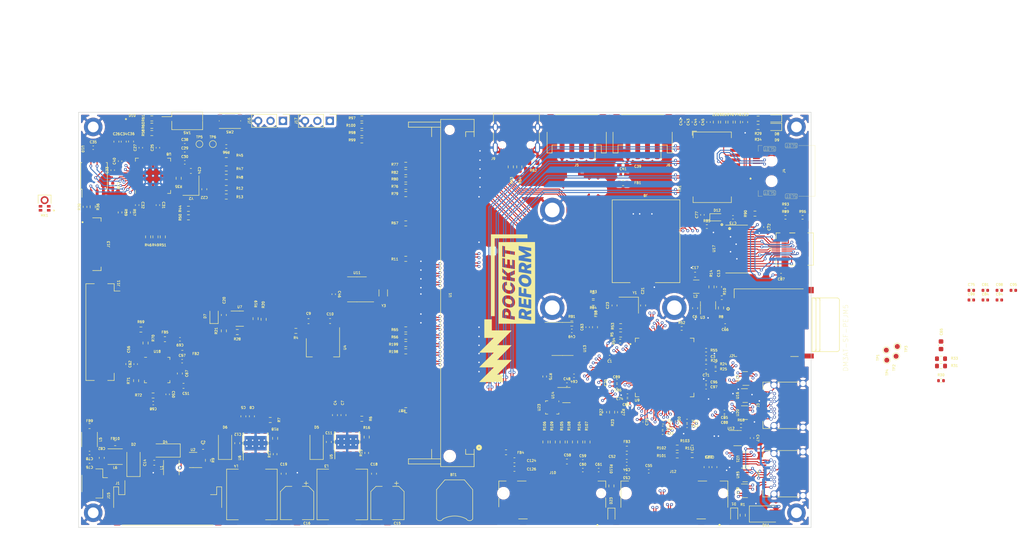
<source format=kicad_pcb>
(kicad_pcb (version 20211014) (generator pcbnew)

  (general
    (thickness 7.78)
  )

  (paper "A4")
  (layers
    (0 "F.Cu" signal)
    (1 "In1.Cu" power "In1.GND.Cu")
    (2 "In2.Cu" signal)
    (3 "In3.Cu" signal)
    (4 "In4.Cu" power "In4.GND.Cu")
    (31 "B.Cu" signal)
    (32 "B.Adhes" user "B.Adhesive")
    (33 "F.Adhes" user "F.Adhesive")
    (34 "B.Paste" user)
    (35 "F.Paste" user)
    (36 "B.SilkS" user "B.Silkscreen")
    (37 "F.SilkS" user "F.Silkscreen")
    (38 "B.Mask" user)
    (39 "F.Mask" user)
    (40 "Dwgs.User" user "User.Drawings")
    (41 "Cmts.User" user "User.Comments")
    (42 "Eco1.User" user "User.Eco1")
    (43 "Eco2.User" user "User.Eco2")
    (44 "Edge.Cuts" user)
    (45 "Margin" user)
    (46 "B.CrtYd" user "B.Courtyard")
    (47 "F.CrtYd" user "F.Courtyard")
    (48 "B.Fab" user)
    (49 "F.Fab" user)
  )

  (setup
    (stackup
      (layer "F.SilkS" (type "Top Silk Screen") (color "White"))
      (layer "F.Paste" (type "Top Solder Paste"))
      (layer "F.Mask" (type "Top Solder Mask") (color "Blue") (thickness 0.01))
      (layer "F.Cu" (type "copper") (thickness 0.035))
      (layer "dielectric 1" (type "core") (thickness 1.51) (material "FR4") (epsilon_r 4.5) (loss_tangent 0.02))
      (layer "In1.Cu" (type "copper") (thickness 0.035))
      (layer "dielectric 2" (type "prepreg") (thickness 1.51) (material "FR4") (epsilon_r 4.5) (loss_tangent 0.02))
      (layer "In2.Cu" (type "copper") (thickness 0.035))
      (layer "dielectric 3" (type "core") (thickness 1.51) (material "FR4") (epsilon_r 4.5) (loss_tangent 0.02))
      (layer "In3.Cu" (type "copper") (thickness 0.035))
      (layer "dielectric 4" (type "prepreg") (thickness 1.51) (material "FR4") (epsilon_r 4.5) (loss_tangent 0.02))
      (layer "In4.Cu" (type "copper") (thickness 0.035))
      (layer "dielectric 5" (type "core") (thickness 1.51) (material "FR4") (epsilon_r 4.5) (loss_tangent 0.02))
      (layer "B.Cu" (type "copper") (thickness 0.035))
      (layer "B.Mask" (type "Bottom Solder Mask") (color "Blue") (thickness 0.01))
      (layer "B.Paste" (type "Bottom Solder Paste"))
      (layer "B.SilkS" (type "Bottom Silk Screen") (color "White"))
      (copper_finish "ENIG")
      (dielectric_constraints no)
    )
    (pad_to_mask_clearance 0)
    (pcbplotparams
      (layerselection 0x00010fc_ffffffff)
      (disableapertmacros false)
      (usegerberextensions false)
      (usegerberattributes true)
      (usegerberadvancedattributes true)
      (creategerberjobfile true)
      (svguseinch false)
      (svgprecision 6)
      (excludeedgelayer true)
      (plotframeref false)
      (viasonmask false)
      (mode 1)
      (useauxorigin false)
      (hpglpennumber 1)
      (hpglpenspeed 20)
      (hpglpendiameter 15.000000)
      (dxfpolygonmode true)
      (dxfimperialunits true)
      (dxfusepcbnewfont true)
      (psnegative false)
      (psa4output false)
      (plotreference true)
      (plotvalue true)
      (plotinvisibletext false)
      (sketchpadsonfab false)
      (subtractmaskfromsilk false)
      (outputformat 1)
      (mirror false)
      (drillshape 1)
      (scaleselection 1)
      (outputdirectory "")
    )
  )

  (net 0 "")
  (net 1 "Net-(BT1-Pad1)")
  (net 2 "VCC")
  (net 3 "Net-(C9-Pad1)")
  (net 4 "+1V8")
  (net 5 "Net-(C11-Pad1)")
  (net 6 "Net-(C11-Pad2)")
  (net 7 "Net-(C12-Pad1)")
  (net 8 "Net-(C12-Pad2)")
  (net 9 "+1V2")
  (net 10 "Net-(C13-Pad2)")
  (net 11 "STANDBY_3V3")
  (net 12 "Net-(C20-Pad1)")
  (net 13 "Net-(C21-Pad1)")
  (net 14 "Net-(C22-Pad1)")
  (net 15 "Net-(C23-Pad1)")
  (net 16 "Net-(C24-Pad1)")
  (net 17 "Net-(C37-Pad1)")
  (net 18 "Net-(C39-Pad1)")
  (net 19 "Net-(C42-Pad1)")
  (net 20 "Net-(C43-Pad1)")
  (net 21 "Net-(C44-Pad1)")
  (net 22 "Net-(C45-Pad1)")
  (net 23 "Net-(C48-Pad1)")
  (net 24 "Net-(C72-Pad2)")
  (net 25 "USBH_1A_TXN")
  (net 26 "Net-(C57-Pad1)")
  (net 27 "USBH_1B_TXN")
  (net 28 "Net-(C63-Pad1)")
  (net 29 "USBH_1A_TXP")
  (net 30 "/USBH_1A_AC_TXN")
  (net 31 "USBH_1B_TXP")
  (net 32 "/USBH_1B_AC_TXN")
  (net 33 "USBH_2A_TXN")
  (net 34 "/USBH_1A_AC_TXP")
  (net 35 "USBH_2B_TXN")
  (net 36 "/USBH_1B_AC_TXP")
  (net 37 "USBH_2A_TXP")
  (net 38 "/USBH_2A_AC_TXN")
  (net 39 "USBH_2B_TXP")
  (net 40 "/~{M_LED1}")
  (net 41 "Net-(D4-Pad1)")
  (net 42 "ETH0_LED_RX")
  (net 43 "Net-(D8-Pad2)")
  (net 44 "ETH0_LED_LINK1")
  (net 45 "/USBH_2B_AC_TXN")
  (net 46 "Net-(D9-Pad2)")
  (net 47 "Net-(D10-Pad4)")
  (net 48 "Net-(D10-Pad5)")
  (net 49 "Net-(D10-Pad6)")
  (net 50 "VCHG")
  (net 51 "USB_VBUS")
  (net 52 "Net-(C87-Pad1)")
  (net 53 "RP_SDA0")
  (net 54 "RP_SCL0")
  (net 55 "Net-(J2-Pad1)")
  (net 56 "Net-(J2-Pad2)")
  (net 57 "Net-(J2-Pad3)")
  (net 58 "Net-(J2-Pad5)")
  (net 59 "Net-(J2-Pad7)")
  (net 60 "Net-(J2-Pad8)")
  (net 61 "SD_DET")
  (net 62 "USBH_1_DP")
  (net 63 "USBH_1_DN")
  (net 64 "unconnected-(J3-PadA8)")
  (net 65 "USBH_1B_RXN")
  (net 66 "USBH_1B_RXP")
  (net 67 "unconnected-(J3-PadB8)")
  (net 68 "USBH_1A_RXN")
  (net 69 "USBH_1A_RXP")
  (net 70 "ETH0_DA+")
  (net 71 "ETH0_DA-")
  (net 72 "unconnected-(J4-Pad3)")
  (net 73 "ETH0_DC+")
  (net 74 "ETH0_DC-")
  (net 75 "ETH0_DB+")
  (net 76 "ETH0_DB-")
  (net 77 "unconnected-(J4-Pad8)")
  (net 78 "ETH0_DD+")
  (net 79 "ETH0_DD-")
  (net 80 "RP_UART1_TX")
  (net 81 "RP_UART1_RX")
  (net 82 "unconnected-(J7-Pad2)")
  (net 83 "UIM_PWR")
  (net 84 "Net-(J9-PadA4)")
  (net 85 "unconnected-(J9-PadA5)")
  (net 86 "/RUD+")
  (net 87 "/RUD-")
  (net 88 "unconnected-(J9-PadA8)")
  (net 89 "unconnected-(J9-PadB5)")
  (net 90 "unconnected-(J9-PadB8)")
  (net 91 "unconnected-(J10-Pad5)")
  (net 92 "unconnected-(J10-Pad6)")
  (net 93 "unconnected-(J10-Pad7)")
  (net 94 "unconnected-(J10-Pad8)")
  (net 95 "unconnected-(J10-Pad17)")
  (net 96 "unconnected-(J10-Pad19)")
  (net 97 "unconnected-(J10-Pad20)")
  (net 98 "unconnected-(J10-Pad22)")
  (net 99 "unconnected-(J10-Pad24)")
  (net 100 "unconnected-(J10-Pad26)")
  (net 101 "unconnected-(J10-Pad28)")
  (net 102 "unconnected-(J10-Pad29)")
  (net 103 "unconnected-(J10-Pad30)")
  (net 104 "unconnected-(J10-Pad31)")
  (net 105 "unconnected-(J10-Pad32)")
  (net 106 "unconnected-(J10-Pad34)")
  (net 107 "unconnected-(J10-Pad36)")
  (net 108 "/USBH_2A_AC_TXP")
  (net 109 "unconnected-(J10-Pad38)")
  (net 110 "/USBH_2B_AC_TXP")
  (net 111 "PCIE1_RX_N")
  (net 112 "PCIE1_RX_P")
  (net 113 "unconnected-(J10-Pad46)")
  (net 114 "PCIE1_TX_N")
  (net 115 "unconnected-(J10-Pad48)")
  (net 116 "PCIE1_TX_P")
  (net 117 "PCIE1_RESETn")
  (net 118 "PCIE1_CLK_N")
  (net 119 "unconnected-(J10-Pad54)")
  (net 120 "PCIE1_CLK_P")
  (net 121 "unconnected-(J10-Pad56)")
  (net 122 "unconnected-(J10-Pad58)")
  (net 123 "unconnected-(J10-Pad67)")
  (net 124 "unconnected-(J10-Pad68)")
  (net 125 "unconnected-(J10-Pad69)")
  (net 126 "unconnected-(J11-Pad3)")
  (net 127 "unconnected-(J11-Pad4)")
  (net 128 "GND")
  (net 129 "+5V")
  (net 130 "unconnected-(J11-Pad5)")
  (net 131 "Net-(J3-PadB5)")
  (net 132 "unconnected-(J11-Pad6)")
  (net 133 "unconnected-(J11-Pad7)")
  (net 134 "unconnected-(J11-Pad8)")
  (net 135 "unconnected-(J11-Pad9)")
  (net 136 "Net-(J3-PadA5)")
  (net 137 "USB1_DP")
  (net 138 "USB1_DN")
  (net 139 "SD_CLK")
  (net 140 "SD_CMD")
  (net 141 "SD_D3")
  (net 142 "SD_D2")
  (net 143 "SD_D1")
  (net 144 "SD_D0")
  (net 145 "USB2_RXP")
  (net 146 "USB2_RXN")
  (net 147 "USB2_TXN")
  (net 148 "USB2_TXP")
  (net 149 "USB1_RXP")
  (net 150 "USB1_RXN")
  (net 151 "USB1_TXN")
  (net 152 "USB1_TXP")
  (net 153 "USB2_DN")
  (net 154 "USB2_DP")
  (net 155 "PCIE1_RXN")
  (net 156 "PCIE1_RXP")
  (net 157 "PCIE1_TXN")
  (net 158 "PCIE1_TXP")
  (net 159 "+1V1")
  (net 160 "+3V3")
  (net 161 "Net-(J7-Pad18)")
  (net 162 "unconnected-(J11-Pad10)")
  (net 163 "HDMI_CLKN")
  (net 164 "HDMI_CLKP")
  (net 165 "unconnected-(J11-Pad11)")
  (net 166 "HDMI_TX1N")
  (net 167 "HDMI_TX1P")
  (net 168 "DSI_D3_N")
  (net 169 "DSI_D3_P")
  (net 170 "Net-(R11-Pad2)")
  (net 171 "Net-(J7-Pad17)")
  (net 172 "Net-(J7-Pad15)")
  (net 173 "DSI_D2_N")
  (net 174 "HDMI_TX0N")
  (net 175 "HDMI_TX0P")
  (net 176 "DSI_D2_P")
  (net 177 "HDMI_TX2N")
  (net 178 "HDMI_TX2P")
  (net 179 "Net-(J7-Pad1)")
  (net 180 "DSI_CLK_N")
  (net 181 "HDMI_AUXN")
  (net 182 "HDMI_AUXP")
  (net 183 "UIM_IO")
  (net 184 "UIM_CLK")
  (net 185 "UIM_RST")
  (net 186 "UIM_VPP")
  (net 187 "DSI_CLK_P")
  (net 188 "DSI_D1_N")
  (net 189 "DSI_D1_P")
  (net 190 "Net-(R12-Pad2)")
  (net 191 "DSI_D0_N")
  (net 192 "Net-(C123-Pad1)")
  (net 193 "Net-(C124-Pad1)")
  (net 194 "Net-(D1-Pad2)")
  (net 195 "Net-(D23-Pad2)")
  (net 196 "Net-(D23-Pad1)")
  (net 197 "Net-(J10-Pad13)")
  (net 198 "Net-(J10-Pad25)")
  (net 199 "Net-(J10-Pad37)")
  (net 200 "Net-(J10-Pad11)")
  (net 201 "Net-(J10-Pad23)")
  (net 202 "Net-(J10-Pad35)")
  (net 203 "PCIE2_CLK_P")
  (net 204 "PCIE2_CLK_N")
  (net 205 "/M2_CLKREQn")
  (net 206 "PCIE2_RESETn")
  (net 207 "PCIE2_TX_N")
  (net 208 "PCIE2_TX_P")
  (net 209 "PCIE2_RX_P")
  (net 210 "PCIE2_RX_N")
  (net 211 "DSI_D0_P")
  (net 212 "unconnected-(J11-Pad28)")
  (net 213 "unconnected-(J11-Pad29)")
  (net 214 "unconnected-(J11-Pad31)")
  (net 215 "unconnected-(J11-Pad32)")
  (net 216 "/M2_SMB_ALERTn")
  (net 217 "/M2_SMB_DATA")
  (net 218 "/M2_SMB_CLK")
  (net 219 "unconnected-(J11-Pad33)")
  (net 220 "/M_CONFIG_3")
  (net 221 "/~{M_PWROFF}")
  (net 222 "USBH_4_DP")
  (net 223 "/~{M_W_DISABLE1}")
  (net 224 "USBH_4_DN")
  (net 225 "/M_I2S_CLK")
  (net 226 "/M_CONFIG_0")
  (net 227 "/M_I2S_RX")
  (net 228 "/~{M_WOWWAN}")
  (net 229 "/M_I2S_TX")
  (net 230 "/M_DPR")
  (net 231 "/~{M_W_DISABLE2}")
  (net 232 "/M_I2S_WA")
  (net 233 "/M_I2C_SCL")
  (net 234 "/M_SIM2_DET")
  (net 235 "/M_SIM2_DATA")
  (net 236 "/M_SIM2_CLK")
  (net 237 "/M_SIM2_RESET")
  (net 238 "/M_SIM2_PWR")
  (net 239 "/~{PCIE2_CLKREQ}")
  (net 240 "/~{PCIE2_WAKE}")
  (net 241 "/M_ANTCTL3")
  (net 242 "/M_ANTCTL2")
  (net 243 "/M_ANTCTL0")
  (net 244 "/M_I2S_MCLK(IO)")
  (net 245 "/M_ANTCTL1")
  (net 246 "/M_COEX2")
  (net 247 "/M_LAA_TX_EN")
  (net 248 "/M_COEX1")
  (net 249 "/M_VIO_1V8")
  (net 250 "/M_SIM1_DET")
  (net 251 "M2B_RST")
  (net 252 "/M_I2C_SDA")
  (net 253 "/M_CONFIG_1")
  (net 254 "/M_CONFIG_2")
  (net 255 "Net-(J14-PadA5)")
  (net 256 "USBH_2_DP")
  (net 257 "USBH_2_DN")
  (net 258 "unconnected-(J14-PadA8)")
  (net 259 "USBH_2B_RXN")
  (net 260 "USBH_2B_RXP")
  (net 261 "Net-(J14-PadB5)")
  (net 262 "unconnected-(J14-PadB8)")
  (net 263 "USBH_2A_RXN")
  (net 264 "USBH_2A_RXP")
  (net 265 "Net-(L2-Pad1)")
  (net 266 "~{USBH_RESET}")
  (net 267 "5V_ENABLE")
  (net 268 "3V3_ENABLE")
  (net 269 "1V2_ENABLE")
  (net 270 "Net-(R9-Pad1)")
  (net 271 "RP_UART2_RX")
  (net 272 "RP_UART2_TX")
  (net 273 "Net-(R15-Pad2)")
  (net 274 "Net-(R17-Pad2)")
  (net 275 "Net-(R19-Pad1)")
  (net 276 "Net-(R22-Pad2)")
  (net 277 "Net-(R24-Pad1)")
  (net 278 "Net-(R25-Pad2)")
  (net 279 "Net-(R26-Pad1)")
  (net 280 "Net-(R27-Pad1)")
  (net 281 "~{STANDBY_SHDN}")
  (net 282 "Net-(R30-Pad2)")
  (net 283 "Net-(R31-Pad2)")
  (net 284 "Net-(R32-Pad2)")
  (net 285 "Net-(R33-Pad2)")
  (net 286 "Net-(R35-Pad2)")
  (net 287 "PROG")
  (net 288 "QSPI_CS")
  (net 289 "Net-(R37-Pad1)")
  (net 290 "Net-(R39-Pad1)")
  (net 291 "Net-(R40-Pad1)")
  (net 292 "Net-(R41-Pad1)")
  (net 293 "USBH_3_DP")
  (net 294 "USBH_3_DN")
  (net 295 "Net-(R44-Pad1)")
  (net 296 "LPC_MOSI")
  (net 297 "Net-(R45-Pad1)")
  (net 298 "IMX_WAKE")
  (net 299 "Net-(R46-Pad1)")
  (net 300 "Net-(R47-Pad1)")
  (net 301 "Net-(R48-Pad1)")
  (net 302 "Net-(R49-Pad1)")
  (net 303 "Net-(R50-Pad1)")
  (net 304 "LPC_MISO")
  (net 305 "Net-(R51-Pad1)")
  (net 306 "Net-(R52-Pad1)")
  (net 307 "Net-(R53-Pad1)")
  (net 308 "/GPIO94")
  (net 309 "/U_SPI_D0")
  (net 310 "RESET")
  (net 311 "Net-(R58-Pad1)")
  (net 312 "Net-(R60-Pad1)")
  (net 313 "Net-(R61-Pad1)")
  (net 314 "IMX_RTC_IRQ")
  (net 315 "Net-(R67-Pad2)")
  (net 316 "Net-(R68-Pad1)")
  (net 317 "DAC_SCL")
  (net 318 "DAC_SDA")
  (net 319 "Net-(R75-Pad2)")
  (net 320 "DAC_BCLK")
  (net 321 "DAC_DOUT")
  (net 322 "DAC_RXFS")
  (net 323 "DAC_DIN")
  (net 324 "DAC_TXFS")
  (net 325 "DAC_MCLK")
  (net 326 "USBH_1_CC1")
  (net 327 "USBH_1_CC2")
  (net 328 "Net-(R85-Pad2)")
  (net 329 "Net-(D12-Pad1)")
  (net 330 "HDMI_HPD")
  (net 331 "HDMI_SCL")
  (net 332 "HDMI_SDA")
  (net 333 "HDMI_CEC")
  (net 334 "USBH_2_CC1")
  (net 335 "USBH_2_CC2")
  (net 336 "Net-(R103-Pad2)")
  (net 337 "Net-(R111-Pad2)")
  (net 338 "/PRT_CTL1")
  (net 339 "/PRT_CTL3")
  (net 340 "/PRT_CTL2")
  (net 341 "/PRT_CTL4")
  (net 342 "SWD")
  (net 343 "SWC")
  (net 344 "ETH0_A+")
  (net 345 "ETH0_A-")
  (net 346 "ETH0_B+")
  (net 347 "ETH0_B-")
  (net 348 "ETH0_C+")
  (net 349 "ETH0_C-")
  (net 350 "ETH0_D+")
  (net 351 "ETH0_D-")
  (net 352 "unconnected-(U1-Pad8)")
  (net 353 "unconnected-(U1-Pad10)")
  (net 354 "unconnected-(U1-Pad28)")
  (net 355 "unconnected-(U1-Pad33)")
  (net 356 "unconnected-(U1-Pad34)")
  (net 357 "unconnected-(U1-Pad35)")
  (net 358 "unconnected-(U1-Pad36)")
  (net 359 "unconnected-(U1-Pad38)")
  (net 360 "unconnected-(U1-Pad39)")
  (net 361 "unconnected-(U1-Pad40)")
  (net 362 "unconnected-(U1-Pad42)")
  (net 363 "unconnected-(U1-Pad43)")
  (net 364 "unconnected-(U1-Pad45)")
  (net 365 "unconnected-(U1-Pad49)")
  (net 366 "unconnected-(U1-Pad51)")
  (net 367 "unconnected-(U1-Pad55)")
  (net 368 "unconnected-(U1-Pad57)")
  (net 369 "unconnected-(U1-Pad61)")
  (net 370 "unconnected-(U1-Pad63)")
  (net 371 "unconnected-(U1-Pad67)")
  (net 372 "unconnected-(U1-Pad69)")
  (net 373 "unconnected-(U1-Pad73)")
  (net 374 "unconnected-(U1-Pad75)")
  (net 375 "unconnected-(U1-Pad77)")
  (net 376 "unconnected-(U1-Pad81)")
  (net 377 "unconnected-(U1-Pad82)")
  (net 378 "unconnected-(U1-Pad84)")
  (net 379 "unconnected-(U1-Pad85)")
  (net 380 "unconnected-(U1-Pad86)")
  (net 381 "IMX_RESETn")
  (net 382 "unconnected-(U1-Pad88)")
  (net 383 "LPC_SS0")
  (net 384 "unconnected-(U1-Pad90)")
  (net 385 "unconnected-(U1-Pad92)")
  (net 386 "unconnected-(U1-Pad95)")
  (net 387 "unconnected-(U1-Pad96)")
  (net 388 "LPC_SCK")
  (net 389 "unconnected-(U1-Pad99)")
  (net 390 "unconnected-(U1-Pad105)")
  (net 391 "unconnected-(U1-Pad107)")
  (net 392 "unconnected-(U1-Pad109)")
  (net 393 "unconnected-(U1-Pad111)")
  (net 394 "unconnected-(U1-Pad117)")
  (net 395 "unconnected-(U1-Pad120)")
  (net 396 "IMX_UART2_RX")
  (net 397 "unconnected-(U1-Pad123)")
  (net 398 "IMX_UART2_TX")
  (net 399 "IMX_UART1_RX")
  (net 400 "IMX_UART1_TX")
  (net 401 "unconnected-(U1-Pad130)")
  (net 402 "unconnected-(U1-Pad132)")
  (net 403 "unconnected-(U1-Pad133)")
  (net 404 "unconnected-(U1-Pad134)")
  (net 405 "unconnected-(U1-Pad135)")
  (net 406 "unconnected-(U1-Pad136)")
  (net 407 "unconnected-(U1-Pad137)")
  (net 408 "unconnected-(U1-Pad138)")
  (net 409 "unconnected-(U1-Pad139)")
  (net 410 "unconnected-(U1-Pad140)")
  (net 411 "unconnected-(U1-Pad142)")
  (net 412 "unconnected-(U1-Pad143)")
  (net 413 "unconnected-(U1-Pad144)")
  (net 414 "unconnected-(U1-Pad146)")
  (net 415 "unconnected-(U1-Pad147)")
  (net 416 "unconnected-(U1-Pad148)")
  (net 417 "unconnected-(U1-Pad149)")
  (net 418 "unconnected-(U1-Pad150)")
  (net 419 "unconnected-(U1-Pad151)")
  (net 420 "unconnected-(U1-Pad152)")
  (net 421 "unconnected-(U1-Pad153)")
  (net 422 "unconnected-(U1-Pad154)")
  (net 423 "unconnected-(U1-Pad155)")
  (net 424 "unconnected-(U1-Pad156)")
  (net 425 "unconnected-(U1-Pad157)")
  (net 426 "unconnected-(U1-Pad158)")
  (net 427 "unconnected-(U1-Pad159)")
  (net 428 "unconnected-(U1-Pad160)")
  (net 429 "unconnected-(U1-Pad162)")
  (net 430 "BACKLIGHT_PWM")
  (net 431 "unconnected-(U1-Pad174)")
  (net 432 "unconnected-(U1-Pad180)")
  (net 433 "unconnected-(U1-Pad182)")
  (net 434 "unconnected-(U1-Pad184)")
  (net 435 "unconnected-(U1-Pad186)")
  (net 436 "unconnected-(U1-Pad188)")
  (net 437 "unconnected-(U1-Pad190)")
  (net 438 "unconnected-(U1-Pad192)")
  (net 439 "unconnected-(U1-Pad194)")
  (net 440 "unconnected-(U1-Pad196)")
  (net 441 "unconnected-(U1-Pad198)")
  (net 442 "unconnected-(U1-Pad200)")
  (net 443 "unconnected-(U5-Pad2)")
  (net 444 "unconnected-(U5-Pad3)")
  (net 445 "unconnected-(U6-Pad2)")
  (net 446 "unconnected-(U6-Pad3)")
  (net 447 "/GPIO95")
  (net 448 "unconnected-(U9-Pad23)")
  (net 449 "/DP2_DISCHARGE")
  (net 450 "/DP1_DISCHARGE")
  (net 451 "/U_GPIO70")
  (net 452 "/U_GPIO71")
  (net 453 "/DP1_VCONN1")
  (net 454 "/DP1_VCONN2")
  (net 455 "/DP2_VCONN1")
  (net 456 "/DP2_VCONN2")
  (net 457 "/U_GPIO76")
  (net 458 "/U_GPIO78")
  (net 459 "/U_M_I2C_CLK")
  (net 460 "/U_M_I2C_DATA")
  (net 461 "/U_SPI_CLK")
  (net 462 "/U_SPI_CE_N")
  (net 463 "/U_SPI_D1")
  (net 464 "/U_SPI_D2")
  (net 465 "/U_SPI_D3")
  (net 466 "/GPIO93")
  (net 467 "/GPIO90")
  (net 468 "/GPIO91")
  (net 469 "/GPIO92")
  (net 470 "unconnected-(U9-Pad81)")
  (net 471 "unconnected-(U9-Pad82)")
  (net 472 "unconnected-(U9-Pad84)")
  (net 473 "unconnected-(U9-Pad85)")
  (net 474 "unconnected-(U9-Pad96)")
  (net 475 "QSPI_SD1")
  (net 476 "QSPI_SD2")
  (net 477 "QSPI_SD0")
  (net 478 "QSPI_SCK")
  (net 479 "QSPI_SD3")
  (net 480 "Net-(U11-Pad1)")
  (net 481 "Net-(U11-Pad2)")
  (net 482 "USB_SRC_EN")
  (net 483 "unconnected-(U13-Pad4)")
  (net 484 "unconnected-(U13-Pad5)")
  (net 485 "unconnected-(U13-Pad6)")
  (net 486 "unconnected-(U13-Pad15)")
  (net 487 "unconnected-(U13-Pad16)")
  (net 488 "unconnected-(U13-Pad17)")
  (net 489 "RP_FUSB_INT")
  (net 490 "unconnected-(U23-Pad12)")
  (net 491 "unconnected-(U23-Pad13)")
  (net 492 "unconnected-(U8-Pad41)")
  (net 493 "unconnected-(U8-Pad40)")
  (net 494 "unconnected-(U8-Pad39)")
  (net 495 "unconnected-(U8-Pad38)")
  (net 496 "unconnected-(U8-Pad34)")
  (net 497 "unconnected-(U8-Pad32)")
  (net 498 "unconnected-(U8-Pad31)")
  (net 499 "unconnected-(U8-Pad29)")
  (net 500 "unconnected-(U8-Pad9)")
  (net 501 "unconnected-(U8-Pad8)")
  (net 502 "unconnected-(U8-Pad5)")
  (net 503 "unconnected-(U8-Pad4)")
  (net 504 "Net-(C50-Pad1)")
  (net 505 "Net-(C68-Pad1)")
  (net 506 "Net-(C68-Pad2)")
  (net 507 "Net-(C76-Pad1)")
  (net 508 "Net-(C78-Pad1)")
  (net 509 "Net-(FB9-Pad1)")
  (net 510 "Net-(FB9-Pad2)")
  (net 511 "Net-(FB10-Pad1)")
  (net 512 "Net-(FB10-Pad2)")
  (net 513 "BACKLIGHT_EN")
  (net 514 "unconnected-(J13-Pad7)")
  (net 515 "~{DISP_RESET}")
  (net 516 "DISP_TE")
  (net 517 "DISP_EN")
  (net 518 "Net-(R76-Pad2)")
  (net 519 "Net-(R77-Pad2)")
  (net 520 "Net-(R79-Pad2)")
  (net 521 "Net-(R80-Pad2)")
  (net 522 "Net-(R82-Pad1)")
  (net 523 "unconnected-(U18-Pad30)")
  (net 524 "Net-(R13-Pad1)")
  (net 525 "Net-(R5-Pad1)")
  (net 526 "Net-(R70-Pad1)")
  (net 527 "Net-(R71-Pad1)")
  (net 528 "Net-(R72-Pad1)")
  (net 529 "unconnected-(U18-Pad13)")
  (net 530 "unconnected-(U18-Pad15)")
  (net 531 "unconnected-(U18-Pad27)")
  (net 532 "unconnected-(U18-Pad32)")

  (footprint "footprints:TE_1473149-4" (layer "F.Cu") (at 135 104 -90))

  (footprint "footprints:09452812561" (layer "F.Cu") (at 200.5 79 90))

  (footprint "Connector_USB:USB_C_Receptacle_Amphenol_12401548E4-2A_CircularHoles" (layer "F.Cu") (at 204.5 127 90))

  (footprint "MountingHole:MountingHole_2.2mm_M2_DIN965_Pad" (layer "F.Cu") (at 62 70))

  (footprint "MountingHole:MountingHole_2.2mm_M2_DIN965_Pad" (layer "F.Cu") (at 62 149))

  (footprint "MountingHole:MountingHole_2.2mm_M2_DIN965_Pad" (layer "F.Cu") (at 206 70))

  (footprint "MountingHole:MountingHole_2.2mm_M2_DIN965_Pad" (layer "F.Cu") (at 206 149))

  (footprint "footprints:pocket-reform" (layer "F.Cu") (at 146.75 106.75 90))

  (footprint "footprints:MOLEX_78800-0001" (layer "F.Cu") (at 175.2 93.4 -90))

  (footprint "Connector_JST:JST_PH_S4B-PH-SM4-TB_1x04-1MP_P2.00mm_Horizontal" (layer "F.Cu") (at 174.5 72 180))

  (footprint "Connector_HDMI:HDMI_Micro-D_Molex_46765-0x01" (layer "F.Cu") (at 207 95 90))

  (footprint "footprints:TE_1-2199230-6" (layer "F.Cu")
    (tedit 5D27692E) (tstamp 00000000-0000-0000-0000-000062290bde)
    (at 156 145 180)
    (property "Checked" "y")
    (property "Distributor" "Mouser")
    (property "Manufacturer" "TE")
    (property "Manufacturer_No" "1-2199230-6")
    (property "Sheetfile" "pocket-reform-motherboard.kicad_sch")
    (property "Sheetname" "")
    (path "/00000000-0000-0000-0000-0000610031f1")
    (attr smd)
    (fp_text reference "J10" (at -0.1 4.2 unlocked) (layer "F.SilkS")
      (effects (font (size 0.5 0.5) (thickness 0.1)))
      (tstamp 59ec3156-036e-4049-89db-91a9dd07095f)
    )
    (fp_text value "1-2199230-6" (at 0 4.9) (layer "F.SilkS") hide
      (effects (font (size 1 1) (thickness 0.15)))
      (tstamp d39d813e-3e64-490c-ba5c-a64bb5ad6bd0)
    )
    (fp_line (start -10.95 -2.9) (end -10.95 -0.95) (layer "F.SilkS") (width 0.127) (tstamp 4fa10683-33cd-4dcd-8acc-2415cd63c62a))
    (fp_line (start -10.95 2.5) (end -9.35 2.5) (layer "F.SilkS") (width 0.127) (tstamp 8bc2c25a-a1f1-4ce8-b96a-a4f8f4c35079))
    (fp_line (start -10.95 1.2) (end -10.95 2.5) (layer "F.SilkS") (width 0.127) (tstamp 9cbf35b8-f4d3-42a3-bb16-04ffd03fd8fd))
    (fp_line (start 5.35 2.5) (end 7.15 2.5) (layer "F.SilkS") (width 0.127) (tstamp b1ddb058-f7b2-429c-9489-f4e2242ad7e5))
    (fp_line (start 10.95 -1.05) (end 10.95 -2.8) (layer "F.SilkS") (width 0.127) (tstamp c106154f-d948-43e5-abfa-e1b96055d91b))
    (fp_line (start 5.1 -5.25) (end 6.9 -5.25) (layer "F.SilkS") (width 0.127) (tstamp c24d6ac8-802d-4df3-a210-9cb1f693e865))
    (fp_line (start 9.45 2.5) (end 10.95 2.5) (layer "F.SilkS") (width 0.127) (tstamp eee16674-2d21-45b6-ab5e-d669125df26c))
    (fp_line (start 10.95 2.5) (end 10.95 0.8) (layer "F.SilkS") (width 0.127) (tstamp f449bd37-cc90-4487-aee6-2a20b8d2843a))
    (fp_circle (center -9.25 -6.5) (end -9.15 -6.5) (layer "F.SilkS") (width 0.2) (fill none) (tstamp cf386a39-fc62-49dd-8ec5-e044f6bd67ce))
    (fp_line (start -11.2 -6.3) (end -11.2 3.3) (layer "Eco1.User") (width 0.05) (tstamp 009a4fb4-fcc0-4623-ae5d-c1bae3219583))
    (fp_line (start 11.25 3.3) (end 11.25 -6.3) (layer "Eco1.User") (width 0.05) (tstamp 37f31dec-63fc-4634-a141-5dc5d2b60fe4))
    (fp_line (start -11.2 3.3) (end 11.25 3.3) (layer "Eco1.User") (width 0.05) (tstamp 88668202-3f0b-4d07-84d4-dcd790f57272))
    (fp_line (start 11.25 -6.3) (end -11.2 -6.3) (layer "Eco1.User") (width 0.05) (tstamp 91c1eb0a-67ae-4ef0-95ce-d060a03a7313))
    (fp_line (start 10.95 -5.25) (end 10.95 2.5) (layer "Eco2.User") (width 0.127) (tstamp 071522c0-d0ed-49b9-906e-6295f67fb0dc))
    (fp_line (start 10.95 2.5) (end -10.95 2.5) (layer "Eco2.User") (width 0.127) (tstamp 2846428d-39de-4eae-8ce2-64955d56c493))
    (fp_line (start -10.95 -5.25) (end 10.95 -5.25) (layer "Eco2.User") (width 0.127) (tstamp 4e315e69-0417-463a-8b7f-469a08d1496e))
    (fp_line (start -10.95 2.5) (end -10.95 -5.25) (layer "Eco2.User") (width 0.127) (tstamp 6a2b20ae-096c-4d9f-92f8-2087c865914f))
    (pad "" np_thru_hole circle locked (at 10 0 180) (size 1.6 1.6) (drill 1.6) (layers *.Cu *.Mask "F.SilkS") (tstamp 34d03349-6d78-4165-a683-2d8b76f2bae8))
    (pad "" np_thru_hole circle locked (at -10 0 180) (size 1.1 1.1) (drill 1.1) (layers *.Cu *.Mask "F.SilkS") (tstamp bb4b1afc-c46e-451d-8dad-36b7dec82f26))
    (pad "1" smd rect locked (at -9.25 -5.275 180) (size 0.3 1.55) (layers "F.Cu" "F.Paste" "F.Mask")
      (net 128 "GND") (pinfunction "1") (pintype "passive") (tstamp f8fc38ec-0b98-40bc-ae2f-e5cc29973bca))
    (pad "2" smd rect locked (at -9 2.275 180) (size 0.3 1.55) (layers "F.Cu" "F.Paste" "F.Mask")
      (net 193 "Net-(C124-Pad1)") (pinfunction "2") (pintype "passive") (tstamp a7531a95-7ca1-4f34-955e-18120cec99e6))
    (pad "3" smd rect locked (at -8.75 -5.275 180) (size 0.3 1.55) (layers "F.Cu" "F.Paste" "F.Mask")
      (net 128 "GND") (pinfunction "3") (pintype "passive") (tstamp 88d2c4b8-79f2-4e8b-9f70-b7e0ed9c70f8))
    (pad "4" smd rect locked (at -8.5 2.275 180) (size 0.3 1.55) (layers "F.Cu" "F.Paste" "F.Mask")
      (net 193 "Net-(C124-Pad1)") (pinfunction "4") (pintype "passive") (tstamp e1c30a32-820e-4b17-aec9-5cb8b76f0ccc))
    (pad "5" smd rect locked (at -8.25 -5.275 180) (size 0.3 1.55) (layers "F.Cu" "F.Paste" "F.Mask")
      (net 91 "unconnected-(J10-Pad5)") (pinfunction "5") (pintype "passive+no_connect") (tstamp 89c0bc4d-eee5-4a77-ac35-d30b35db5cbe))
    (pad "6" smd rect locked (at -8 2.275 180) (size 0.3 1.55) (layers "F.Cu" "F.Paste" "F.Mask")
      (net 92 "unconnected-(J10-Pad6)") (pinfunction "6") (pintype "passive+no_connect") (tstamp d21cc5e4-177a-4e1d-a8d5-060ed33e5b8e))
    (pad "7" smd rect locked (at -7.75 -5.275 180) (size 0.3 1.55) (layers "F.Cu" "F.Paste" "F.Mask")
      (net 93 "unconnected-(J10-Pad7)") (pinfunction "7") (pintype "passive+no_connect") (tstamp fef37e8b-0ff0-4da2-8a57-acaf19551d1a))
    (pad "8" smd rect locked (at -7.5 2.275 180) (size 0.3 1.55) (layers "F.Cu" "F.Paste" "F.Mask")
      (net 94 "unconnected-(J10-Pad8)") (pinfunction "8") (pintype "passive+no_connect") (tstamp 224768bc-6009-43ba-aa4a-70cbaa15b5a3))
    (pad "9" smd rect locked (at -7.25 -5.275 180) (size 0.3 1.55) (layers "F.Cu" "F.Paste" "F.Mask")
      (net 128 "GND") (pinfunction "9") (pintype "passive") (tstamp 9f80220c-1612-4589-b9ca-a5579617bdb8))
    (pad "10" smd rect locked (at -7 2.275 180) (size 0.3 1.55) (layers "F.Cu" "F.Paste" "F.Mask")
      (net 196 "Net-(D23-Pad1)") (pinfunction "10") (pintype "passive") (tstamp 752417ee-7d0b-4ac8-a22c-26669881a2ab))
    (pad "11" smd rect locked (at -6.75 -5.275 180) (size 0.3 1.55) (layers "F.Cu" "F.Paste" "F.Mask")
      (net 200 "Net-(J10-Pad11)") (pinfunction "11") (pintype "passive") (tstamp cada57e2-1fa7-4b9d-a2a0-2218773d5c50))
    (pad "12" smd rect locked (at -6.5 2.275 180) (size 0.3 1.55) (layers "F.Cu" "F.Paste" "F.Mask")
      (net 193 "Net-(C124-Pad1)") (pinfunction "12") (pintype "passive") (tstamp b9bb0e73-161a-4d06-b6eb-a9f66d8a95f5))
    (pad "13" smd rect locked (at -6.25 -5.275 180) (size 0.3 1.55) (layers "F.Cu" "F.Paste" "F.Mask")
      (net 197 "Net-(J10-Pad13)") (pinfunction "13") (pintype "passive") (tstamp c04386e0-b49e-4fff-b380-675af13a62cb))
    (pad "14" smd rect locked (at -6 2.275 180) (size 0.3 1.55) (layers "F.Cu" "F.Paste" "F.Mask")
      (net 193 "Net-(C124-Pad1)") (pinfunction "14") (pintype "passive") (tstamp 03c7f780-fc1b-487a-b30d-567d6c09fdc8))
    (pad "15" smd rect locked (at -5.75 -5.275 180) (size 0.3 1.55) (layers "F.Cu" "F.Paste" "F.Mask")
      (net 128 "GND") (pinfunction "15") (pintype "passive") (tstamp b873bc5d-a9af-4bd9-afcb-87ce4d417120))
    (pad "16" smd rect locked (at -5.5 2.275 180) (size 0.3 1.55) (layers "F.Cu" "F.Paste" "F.Mask")
      (net 193 "Net-(C124-Pad1)") (pinfunction "16") (pintype "passive") (tstamp f7667b23-296e-4362-a7e3-949632c8954b))
    (pad "17" smd rect locked (at -5.25 -5.275 180) (size 0.3 1.55) (layers "F.Cu" "F.Paste" "F.Mask")
      (net 95 "unconnected-(J10-Pad17)") (pinfunction "17") (pintype "passive+no_connect") (tstamp c76d4423-ef1b-4a6f-8176-33d65f2877bb))
    (pad "18" smd rect locked (at -5 2.275 180) (size 0.3 1.55) (layers "F.Cu" "F.Paste" "F.Mask")
      (net 193 "Net-(C124-Pad1)") (pinfunction "18") (pintype "passive") (tstamp 79e31048-072a-4a40-a625-26bb0b5f046b))
    (pad "19" smd rect locked (at -4.75 -5.275 180) (size 0.3 1.55) (layers "F.Cu" "F.Paste" "F.Mask")
      (net 96 "unconnected-(J10-Pad19)") (pinfunction "19") (pintype "passive+no_connect") (tstamp b4300db7-1220-431a-b7c3-2edbdf8fa6fc))
    (pad "20" smd rect locked (at -4.5 2.275 180) (size 0.3 1.55) (layers "F.Cu" "F.Paste" "F.Mask")
      (net 97 "unconnected-(J10-Pad20)") (pinfunction "20") (pintype "passive+no_connect") (tstamp 700e8b73-5976-423f-a3f3-ab3d9f3e9760))
    (pad "21" smd rect locked (at -4.25 -5.275 180) (size 0.3 1.55) (layers "F.Cu" "F.Paste" "F.Mask")
      (net 128 "GND") (pinfunction "21") (pintype "passive") (tstamp 1f8b2c0c-b042-4e2e-80f6-4959a27b238f))
    (pad "22" smd rect locked (at -4 2.275 180) (size 0.3 1.55) (layers "F.Cu" "F.Paste" "F.Mask")
      (net 98 "unconnected-(J10-Pad22)") (pinfunction "22") (pintype "passive+no_connect") (tstamp e5203297-b913-4288-a576-12a92185cb52))
    (pad "23" smd rect locked (at -3.75 -5.275 180) (size 0.3 1.55) (layers "F.Cu" "F.Paste" "F.Mask")
      (net 201 "Net-(J10-Pad23)") (pinfunction "23") (pintype "passive") (tstamp 4a850cb6-bb24-4274-a902-e49f34f0a0e3))
    (pad "24" smd rect locked (at -3.5 2.275 180) (size 0.3 1.55) (layers "F.Cu" "F.Paste" "F.Mask")
      (net 99 "unconnected-(J10-Pad24)") (pinfunction "24") (pintype "passive+no_connect") (tstamp 6b7c1048-12b6-46b2-b762-fa3ad30472dd))
    (pad "25" smd rect locked (at -3.25 -5.275 180) (size 0.3 1.55) (layers "F.Cu" "F.Paste" "F.Mask")
      (net 198 "Net-(J10-Pad25)") (pinfunction "25") (pintype "passive") (tstamp 0cc45b5b-96b3-4284-9cae-a3a9e324a916))
    (pad "26" smd rect locked (at -3 2.275 180) (size 0.3 1.55) (layers "F.Cu" "F.Paste" "F.Mask")
      (net 100 "unconnected-(J10-Pad26)") (pinfunction "26") (pintype "passive+no_connect") (tstamp f6c644f4-3036-41a6-9e14-2c08c079c6cd))
    (pad "27" smd rect locked (at -2.75 -5.275 180) (size 0.3 1.55) (layers "F.Cu" "F.Paste" "F.Mask")
      (net 128 "GND") (pinfunction "27") (pintype "passive") (tstamp f1447ad6-651c-45be-a2d6-33bddf672c2c))
    (pad "28" smd rect locked (at -2.5 2.275 180) (size 0.3 1.55) (layers "F.Cu" "F.Paste" "F.Mask")
      (net 101 "unconnected-(J10-Pad28)") (pinfunction "28") (pintype "passive+no_connect") (tstamp 8c1605f9-6c91-4701-96bf-e753661d5e23))
    (pad "29" smd rect locked (at -2.25 -5.275 180) (size 0.3 1.55) (layers "F.Cu" "F.Paste" "F.Mask")
      (net 102 "unconnected-(J10-Pad29)") (pinfunction "29") (pintype "passive+no_connect") (tstamp 31540a7e-dc9e-4e4d-96b1-dab15efa5f4b))
    (pad "30" smd rect locked (at -2 2.275 180) (size 0.3 1.55) (layers "F.Cu" "F.Paste" "F.Mask")
      (net 103 "unconnected-(J10-Pad30)") (pinfunction "30") (pintype "passive+no_connect") (tstamp 109caac1-5036-4f23-9a66-f569d871501b))
    (pad "31" smd rect locked (at -1.75 -5.275 180) (size 0.3 1.55) (layers "F.Cu" "F.Paste" "F.Mask")
      (net 104 "unconnected-(J10-Pad31)") (pinfunction "31") (pintype "passive+no_connect") (tstamp 19b0959e-a79b-43b2-a5ad-525ced7e9131))
    (pad "32" smd rect locked (at -1.5 2.275 180) (size 0.3 1.55) (layers "F.Cu" "F.Paste" "F.Mask")
      (net 105 "unconnected-(J10-Pad32)") (pinfunction "32") (pintype "passive+no_connect") (tstamp e67b9f8c-019b-4145-98a4-96545f6bb128))
    (pad "33" smd rect locked (at -1.25 -5.275 180) (size 0.3 1.55) (layers "F.Cu" "F.Paste" "F.Mask")
      (net 128 "GND") (pinfunction "33") (pintype "passive") (tstamp 7c04618d-9115-4179-b234-a8faf854ea92))
    (pad "34" smd rect locked (at -1 2.275 180) (size 0.3 1.55) (layers "F.Cu" "F.Paste" "F.Mask")
      (net 106 "unconnected-(J10-Pad34)") (pinfunction "34") (pintype "passive+no_connect") (tstamp e502d1d5-04b0-4d4b-b5c3-8c52d09668e7))
    (pad "35" smd rect locked (at -0.75 -5.275 180) (size 0.3 1.55) (layers "F.Cu" "F.Paste" "F.Mask")
      (net 202 "Net-(J10-Pad35)") (pinfunction "35") (pintype "passive") (tstamp e4d2f565-25a0-48c6-be59-f4bf31ad2558))
    (pad "36" smd rect locked (at -0.5 2.275 180) (size 0.3 1.55) (layers "F.Cu" "F.Paste" "F.Mask")
      (net 107 "unconnected-(J10-Pad36)") (pinfunction "36") (pintype "passive+no_connect") (tstamp 998b7fa5-31a5-472e-9572-49d5226d6098))
    (pad "37" smd rect locked (at -0.25 -5.275 180) (size 0.3 1.55) (layers "F.Cu" "F.Paste" "F.Mask")
      (net 199 "Net-(J10-Pad37)") (pinfunction "37") (pintype "passive") (tstamp 0f31f11f-c374-4640-b9a4-07bbdba8d354))
    (pad "38" smd rect locked (at 0 2.275 180) (size 0.3 1.55) (layers "F.Cu" "
... [5018086 chars truncated]
</source>
